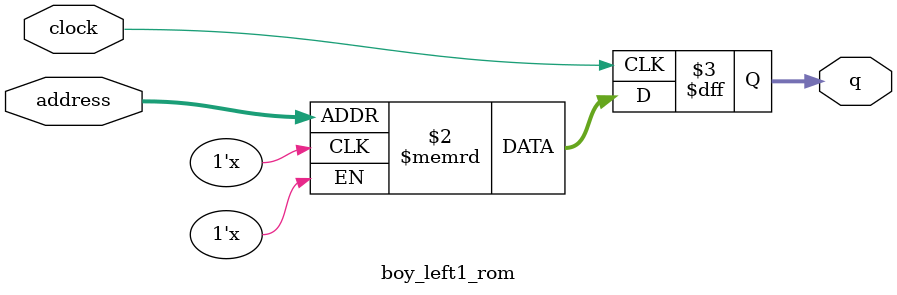
<source format=sv>
module boy_left1_rom (
	input logic clock,
	input logic [9:0] address,
	output logic [3:0] q
);

logic [3:0] memory [0:799] /* synthesis ram_init_file = "./boy_left1/boy_left1.COE" */;

always_ff @ (posedge clock) begin
	q <= memory[address];
end

endmodule

</source>
